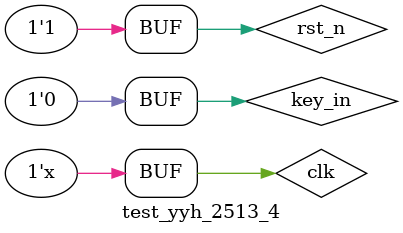
<source format=v>
`timescale 1ns/1ns
module test_yyh_2513_4;

reg clk, rst_n, key_in;
wire key_flag, key_state;
wire [3:0]digital;

yyh_2513_4_1 t (
	.clk(clk), 
	.rst_n(rst_n), 
	.key_in(key_in), 
	.key_flag(key_flag), 
	.key_state(key_state),
	.digital(digital)
);

initial clk = 1;
always#10 clk = ~clk;  //时钟周期为20ns

initial begin 
	rst_n = 0;
	key_in = 0;
	#2000;
	rst_n = 1;
	#2000;
	
	#300_000 
	key_in = 1;#1000_000;
	key_in = 0;#1000_000;
	key_in = 1;#1000_000;
	key_in = 0;#1000_000;
	key_in = 1;#1000_000;
	key_in = 0;#1000_000;
	key_in = 1;#1000_000;
	key_in = 0;#1000_000;
	key_in = 1;#1000_000;
	key_in = 0;#1000_000;
	key_in = 1;#20_000_100;
	
	#300_000;
	
	key_in = 0;#1000_000;
	key_in = 1;#1000_000;
	key_in = 0;#1000_000;
	key_in = 1;#1000_000;
	key_in = 0;#1000_000;
	key_in = 1;#1000_000;
	key_in = 0;#1000_000;
	key_in = 1;#1000_000;
	key_in = 0;#1000_000;
	key_in = 1;#1000_000;
	key_in = 0;#30_100_000;
	#300_000 
	key_in = 1;#1000_000;
	key_in = 0;#1000_000;
	key_in = 1;#1000_000;
	key_in = 0;#1000_000;
	key_in = 1;#1000_000;
	key_in = 0;#1000_000;
	key_in = 1;#1000_000;
	key_in = 0;#1000_000;
	key_in = 1;#1000_000;
	key_in = 0;#1000_000;
	key_in = 1;#30_000_100;
	#300_000;
	key_in = 0;#1000_000;
	key_in = 1;#1000_000;
	key_in = 0;#1000_000;
	key_in = 1;#1000_000;
	key_in = 0;#1000_000;
	key_in = 1;#1000_000;
	key_in = 0;#1000_000;
	key_in = 1;#1000_000;
	key_in = 0;#1000_000;
	key_in = 1;#1000_000;
	key_in = 0;#30_100_000;
	#300_000 
	key_in = 1;#1000_000;
	key_in = 0;#1000_000;
	key_in = 1;#1000_000;
	key_in = 0;#1000_000;
	key_in = 1;#1000_000;
	key_in = 0;#1000_000;
	key_in = 1;#1000_000;
	key_in = 0;#1000_000;
	key_in = 1;#1000_000;
	key_in = 0;#1000_000;
	key_in = 1;#30_000_100;
	#300_000;
	key_in = 0;#1000_000;
	key_in = 1;#1000_000;
	key_in = 0;#1000_000;
	key_in = 1;#1000_000;
	key_in = 0;#1000_000;
	key_in = 1;#1000_000;
	key_in = 0;#1000_000;
	key_in = 1;#1000_000;
	key_in = 0;#1000_000;
	key_in = 1;#1000_000;
	key_in = 0;#30_100_000;
	
end
endmodule

</source>
